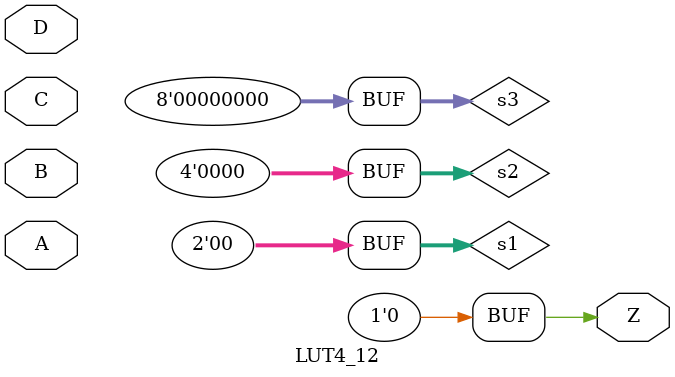
<source format=v>
module LUT4_12 #(
	parameter [15:0] INIT = 0
) (
	input A, B, C, D,
	output Z
);
	wire [7:0] s3 = D ?     INIT[15:8] :     INIT[7:0];
	wire [3:0] s2 = C ?       s3[ 7:4] :       s3[3:0];
	wire [1:0] s1 = B ?       s2[ 3:2] :       s2[1:0];
	assign Z =      A ?          s1[1] :         s1[0];
endmodule
</source>
